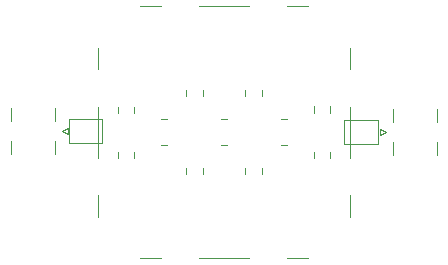
<source format=gbr>
%TF.GenerationSoftware,KiCad,Pcbnew,6.0.6*%
%TF.CreationDate,2022-08-30T17:07:56+02:00*%
%TF.ProjectId,rf_biscuit,72665f62-6973-4637-9569-742e6b696361,rev?*%
%TF.SameCoordinates,Original*%
%TF.FileFunction,Legend,Top*%
%TF.FilePolarity,Positive*%
%FSLAX46Y46*%
G04 Gerber Fmt 4.6, Leading zero omitted, Abs format (unit mm)*
G04 Created by KiCad (PCBNEW 6.0.6) date 2022-08-30 17:07:56*
%MOMM*%
%LPD*%
G01*
G04 APERTURE LIST*
%ADD10C,0.120000*%
G04 APERTURE END LIST*
D10*
%TO.C,P2*%
X64000000Y-91260000D02*
X64000000Y-90150000D01*
X59240000Y-92350000D02*
X59740000Y-92100000D01*
X64000000Y-94050000D02*
X64000000Y-92940000D01*
X59240000Y-91850000D02*
X59240000Y-92350000D01*
X59740000Y-92100000D02*
X59240000Y-91850000D01*
X60290000Y-91260000D02*
X60290000Y-90150000D01*
X60290000Y-94050000D02*
X60290000Y-92940000D01*
%TO.C,R1*%
X38410000Y-90461252D02*
X38410000Y-89938748D01*
X36990000Y-90461252D02*
X36990000Y-89938748D01*
%TO.C,R2*%
X38410000Y-94261252D02*
X38410000Y-93738748D01*
X36990000Y-94261252D02*
X36990000Y-93738748D01*
%TO.C,R3*%
X41161252Y-90990000D02*
X40638748Y-90990000D01*
X41161252Y-93210000D02*
X40638748Y-93210000D01*
%TO.C,R4*%
X42790000Y-89061252D02*
X42790000Y-88538748D01*
X44210000Y-89061252D02*
X44210000Y-88538748D01*
%TO.C,R5*%
X44210000Y-95661252D02*
X44210000Y-95138748D01*
X42790000Y-95661252D02*
X42790000Y-95138748D01*
%TO.C,R6*%
X46261252Y-93210000D02*
X45738748Y-93210000D01*
X46261252Y-90990000D02*
X45738748Y-90990000D01*
%TO.C,R7*%
X47790000Y-89061252D02*
X47790000Y-88538748D01*
X49210000Y-89061252D02*
X49210000Y-88538748D01*
%TO.C,R8*%
X49210000Y-95661252D02*
X49210000Y-95138748D01*
X47790000Y-95661252D02*
X47790000Y-95138748D01*
%TO.C,R9*%
X51361252Y-90990000D02*
X50838748Y-90990000D01*
X51361252Y-93210000D02*
X50838748Y-93210000D01*
%TO.C,P1*%
X32760000Y-92250000D02*
X32760000Y-91750000D01*
X28000000Y-92840000D02*
X28000000Y-93950000D01*
X32260000Y-92000000D02*
X32760000Y-92250000D01*
X28000000Y-90050000D02*
X28000000Y-91160000D01*
X31710000Y-90050000D02*
X31710000Y-91160000D01*
X31710000Y-92840000D02*
X31710000Y-93950000D01*
X32760000Y-91750000D02*
X32260000Y-92000000D01*
%TO.C,R10*%
X55010000Y-93738748D02*
X55010000Y-94261252D01*
X53590000Y-93738748D02*
X53590000Y-94261252D01*
%TO.C,R11*%
X55010000Y-89913748D02*
X55010000Y-90436252D01*
X53590000Y-89913748D02*
X53590000Y-90436252D01*
%TO.C,JP1*%
X32900000Y-93000000D02*
X32900000Y-91000000D01*
X35700000Y-91000000D02*
X35700000Y-93000000D01*
X35700000Y-93000000D02*
X32900000Y-93000000D01*
X32900000Y-91000000D02*
X35700000Y-91000000D01*
%TO.C,JP2*%
X56200000Y-91100000D02*
X59000000Y-91100000D01*
X59000000Y-93100000D02*
X56200000Y-93100000D01*
X59000000Y-91100000D02*
X59000000Y-93100000D01*
X56200000Y-93100000D02*
X56200000Y-91100000D01*
%TO.C,J1*%
X38850000Y-81450000D02*
X40650000Y-81450000D01*
X43850000Y-81450000D02*
X48150000Y-81450000D01*
X56650000Y-97450000D02*
X56650000Y-99250000D01*
X38850000Y-102750000D02*
X40650000Y-102750000D01*
X56650000Y-89950000D02*
X56650000Y-94250000D01*
X51350000Y-81450000D02*
X53150000Y-81450000D01*
X35350000Y-84950000D02*
X35350000Y-86750000D01*
X35350000Y-89950000D02*
X35350000Y-94250000D01*
X43850000Y-102750000D02*
X48150000Y-102750000D01*
X56650000Y-84950000D02*
X56650000Y-86750000D01*
X35350000Y-97450000D02*
X35350000Y-99250000D01*
X51350000Y-102750000D02*
X53150000Y-102750000D01*
%TD*%
M02*

</source>
